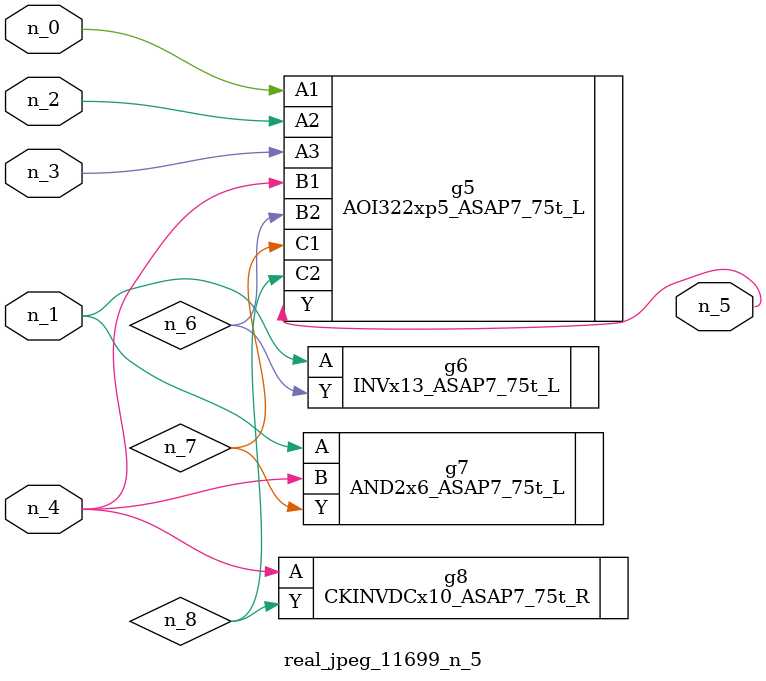
<source format=v>
module real_jpeg_11699_n_5 (n_4, n_0, n_1, n_2, n_3, n_5);

input n_4;
input n_0;
input n_1;
input n_2;
input n_3;

output n_5;

wire n_8;
wire n_6;
wire n_7;

AOI322xp5_ASAP7_75t_L g5 ( 
.A1(n_0),
.A2(n_2),
.A3(n_3),
.B1(n_4),
.B2(n_6),
.C1(n_7),
.C2(n_8),
.Y(n_5)
);

INVx13_ASAP7_75t_L g6 ( 
.A(n_1),
.Y(n_6)
);

AND2x6_ASAP7_75t_L g7 ( 
.A(n_1),
.B(n_4),
.Y(n_7)
);

CKINVDCx10_ASAP7_75t_R g8 ( 
.A(n_4),
.Y(n_8)
);


endmodule
</source>
